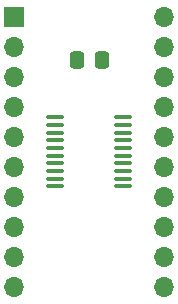
<source format=gts>
%TF.GenerationSoftware,KiCad,Pcbnew,8.0.4*%
%TF.CreationDate,2025-01-06T14:24:37+00:00*%
%TF.ProjectId,tssop_20_breakout,7473736f-705f-4323-905f-627265616b6f,rev?*%
%TF.SameCoordinates,Original*%
%TF.FileFunction,Soldermask,Top*%
%TF.FilePolarity,Negative*%
%FSLAX46Y46*%
G04 Gerber Fmt 4.6, Leading zero omitted, Abs format (unit mm)*
G04 Created by KiCad (PCBNEW 8.0.4) date 2025-01-06 14:24:37*
%MOMM*%
%LPD*%
G01*
G04 APERTURE LIST*
G04 Aperture macros list*
%AMRoundRect*
0 Rectangle with rounded corners*
0 $1 Rounding radius*
0 $2 $3 $4 $5 $6 $7 $8 $9 X,Y pos of 4 corners*
0 Add a 4 corners polygon primitive as box body*
4,1,4,$2,$3,$4,$5,$6,$7,$8,$9,$2,$3,0*
0 Add four circle primitives for the rounded corners*
1,1,$1+$1,$2,$3*
1,1,$1+$1,$4,$5*
1,1,$1+$1,$6,$7*
1,1,$1+$1,$8,$9*
0 Add four rect primitives between the rounded corners*
20,1,$1+$1,$2,$3,$4,$5,0*
20,1,$1+$1,$4,$5,$6,$7,0*
20,1,$1+$1,$6,$7,$8,$9,0*
20,1,$1+$1,$8,$9,$2,$3,0*%
G04 Aperture macros list end*
%ADD10R,1.700000X1.700000*%
%ADD11O,1.700000X1.700000*%
%ADD12RoundRect,0.100000X-0.637500X-0.100000X0.637500X-0.100000X0.637500X0.100000X-0.637500X0.100000X0*%
%ADD13RoundRect,0.250000X-0.337500X-0.475000X0.337500X-0.475000X0.337500X0.475000X-0.337500X0.475000X0*%
G04 APERTURE END LIST*
D10*
%TO.C,J3*%
X52150000Y-52070000D03*
D11*
X52150000Y-54610000D03*
X52150000Y-57150000D03*
X52150000Y-59690000D03*
X52150000Y-62230000D03*
X52150000Y-64770000D03*
X52150000Y-67310000D03*
X52150000Y-69850000D03*
X52150000Y-72390000D03*
X52150000Y-74930000D03*
%TD*%
D12*
%TO.C,U2*%
X55637500Y-60575000D03*
X55637500Y-61225000D03*
X55637500Y-61875000D03*
X55637500Y-62525000D03*
X55637500Y-63175000D03*
X55637500Y-63825000D03*
X55637500Y-64475000D03*
X55637500Y-65125000D03*
X55637500Y-65775000D03*
X55637500Y-66425000D03*
X61362500Y-66425000D03*
X61362500Y-65775000D03*
X61362500Y-65125000D03*
X61362500Y-64475000D03*
X61362500Y-63825000D03*
X61362500Y-63175000D03*
X61362500Y-62525000D03*
X61362500Y-61875000D03*
X61362500Y-61225000D03*
X61362500Y-60575000D03*
%TD*%
D11*
%TO.C,J4*%
X64850000Y-74930000D03*
X64850000Y-72390000D03*
X64850000Y-69850000D03*
X64850000Y-67310000D03*
X64850000Y-64770000D03*
X64850000Y-62230000D03*
X64850000Y-59690000D03*
X64850000Y-57150000D03*
X64850000Y-54610000D03*
X64850000Y-52070000D03*
%TD*%
D13*
%TO.C,C2*%
X57462500Y-55730000D03*
X59537500Y-55730000D03*
%TD*%
M02*

</source>
